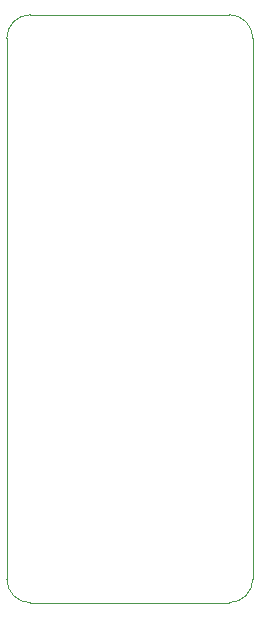
<source format=gbr>
%TF.GenerationSoftware,KiCad,Pcbnew,(6.0.7)*%
%TF.CreationDate,2022-10-01T16:55:56-07:00*%
%TF.ProjectId,dso150_mod,64736f31-3530-45f6-9d6f-642e6b696361,1.0*%
%TF.SameCoordinates,Original*%
%TF.FileFunction,Profile,NP*%
%FSLAX46Y46*%
G04 Gerber Fmt 4.6, Leading zero omitted, Abs format (unit mm)*
G04 Created by KiCad (PCBNEW (6.0.7)) date 2022-10-01 16:55:56*
%MOMM*%
%LPD*%
G01*
G04 APERTURE LIST*
%TA.AperFunction,Profile*%
%ADD10C,0.100000*%
%TD*%
G04 APERTURE END LIST*
D10*
X139192000Y-75184000D02*
X139192000Y-120968000D01*
X141192000Y-122968000D02*
X158020000Y-122968000D01*
X139192000Y-120968000D02*
G75*
G03*
X141192000Y-122968000I2000000J0D01*
G01*
X158020000Y-73184000D02*
X141192000Y-73184000D01*
X160020000Y-75184000D02*
G75*
G03*
X158020000Y-73184000I-2000000J0D01*
G01*
X158020000Y-122968000D02*
G75*
G03*
X160020000Y-120968000I0J2000000D01*
G01*
X160020000Y-120968000D02*
X160020000Y-75184000D01*
X141192000Y-73184000D02*
G75*
G03*
X139192000Y-75184000I0J-2000000D01*
G01*
M02*

</source>
